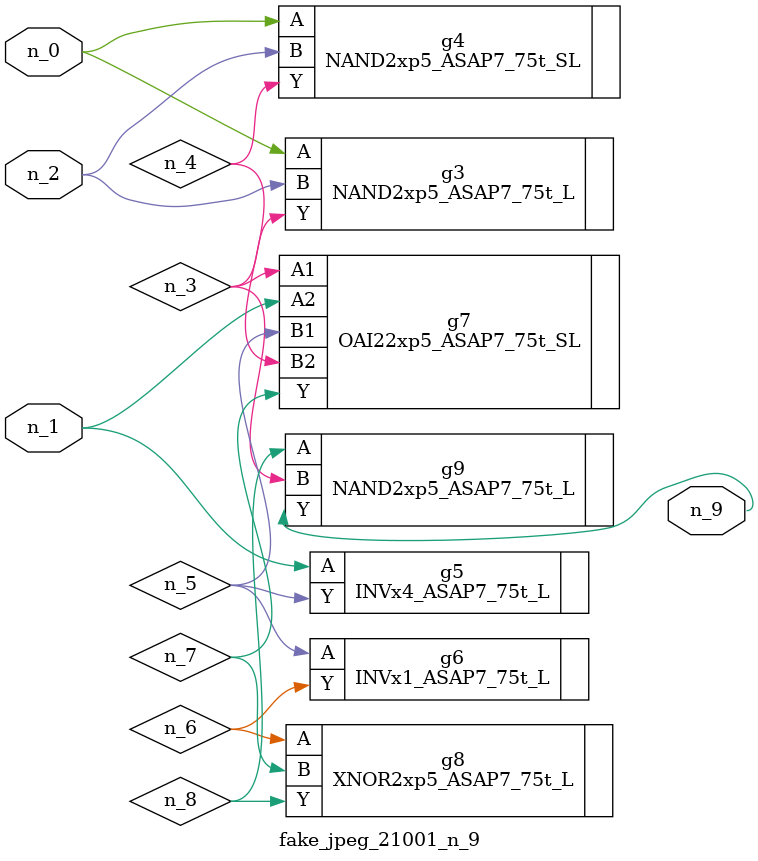
<source format=v>
module fake_jpeg_21001_n_9 (n_0, n_2, n_1, n_9);

input n_0;
input n_2;
input n_1;

output n_9;

wire n_3;
wire n_4;
wire n_8;
wire n_6;
wire n_5;
wire n_7;

NAND2xp5_ASAP7_75t_L g3 ( 
.A(n_0),
.B(n_2),
.Y(n_3)
);

NAND2xp5_ASAP7_75t_SL g4 ( 
.A(n_0),
.B(n_2),
.Y(n_4)
);

INVx4_ASAP7_75t_L g5 ( 
.A(n_1),
.Y(n_5)
);

INVx1_ASAP7_75t_L g6 ( 
.A(n_5),
.Y(n_6)
);

XNOR2xp5_ASAP7_75t_L g8 ( 
.A(n_6),
.B(n_7),
.Y(n_8)
);

OAI22xp5_ASAP7_75t_SL g7 ( 
.A1(n_3),
.A2(n_1),
.B1(n_5),
.B2(n_4),
.Y(n_7)
);

NAND2xp5_ASAP7_75t_L g9 ( 
.A(n_8),
.B(n_3),
.Y(n_9)
);


endmodule
</source>
